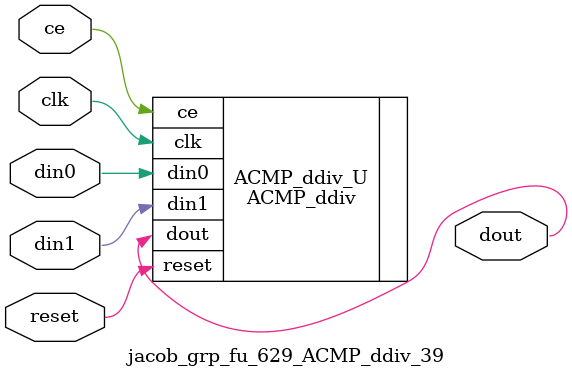
<source format=v>

`timescale 1 ns / 1 ps
module jacob_grp_fu_629_ACMP_ddiv_39(
    clk,
    reset,
    ce,
    din0,
    din1,
    dout);

parameter ID = 32'd1;
parameter NUM_STAGE = 32'd1;
parameter din0_WIDTH = 32'd1;
parameter din1_WIDTH = 32'd1;
parameter dout_WIDTH = 32'd1;
input clk;
input reset;
input ce;
input[din0_WIDTH - 1:0] din0;
input[din1_WIDTH - 1:0] din1;
output[dout_WIDTH - 1:0] dout;



ACMP_ddiv #(
.ID( ID ),
.NUM_STAGE( 34 ),
.din0_WIDTH( din0_WIDTH ),
.din1_WIDTH( din1_WIDTH ),
.dout_WIDTH( dout_WIDTH ))
ACMP_ddiv_U(
    .clk( clk ),
    .reset( reset ),
    .ce( ce ),
    .din0( din0 ),
    .din1( din1 ),
    .dout( dout ));

endmodule

</source>
